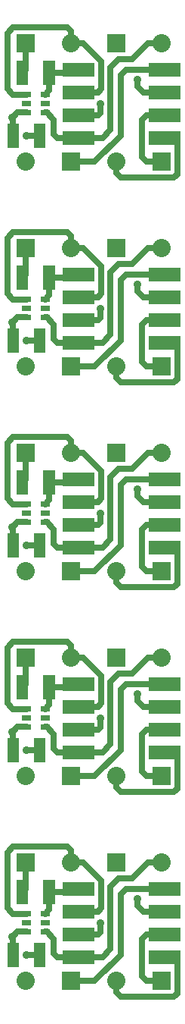
<source format=gbr>
G04 start of page 2 for group 0 idx 0 *
G04 Title: (unknown), component *
G04 Creator: pcb 4.0.2 *
G04 CreationDate: Thu Sep  9 05:11:40 2021 UTC *
G04 For: ndholmes *
G04 Format: Gerber/RS-274X *
G04 PCB-Dimensions (mil): 1020.00 4700.00 *
G04 PCB-Coordinate-Origin: lower left *
%MOIN*%
%FSLAX25Y25*%
%LNTOP*%
%ADD17C,0.0480*%
%ADD16C,0.0310*%
%ADD15C,0.0200*%
%ADD14C,0.0360*%
%ADD13C,0.0800*%
%ADD12C,0.0001*%
%ADD11C,0.0250*%
G54D11*X82500Y325000D02*X74500D01*
X72500Y323000D01*
Y306500D01*
X74500Y304500D01*
X81000D01*
X61000D02*Y299500D01*
X63000Y297500D01*
X44500Y315000D02*X55000D01*
X58500Y318500D01*
X53000Y325000D02*X44500D01*
X41000Y304500D02*X51500D01*
X63000Y316000D01*
Y297500D02*X86500D01*
X88000Y299000D01*
Y309500D01*
Y308000D02*Y316000D01*
X21000Y356500D02*Y344810D01*
X19690Y343500D01*
X13000Y336500D02*Y361000D01*
X15500Y363500D01*
X54500Y348500D02*X46500Y356500D01*
X62000Y349500D02*X68000D01*
X75000Y356500D01*
X81000D01*
X46500D02*X41000D01*
X15500Y363500D02*X39500D01*
X41000Y362000D01*
Y356500D01*
X63000Y342500D02*X65500Y345000D01*
X70500Y340500D02*Y337500D01*
X73000Y335000D01*
X82500D01*
X65500Y345000D02*X82500D01*
X31500Y343500D02*X43000D01*
X44500Y345000D01*
X31500Y343500D02*Y335705D01*
X54500Y336500D02*Y348500D01*
X58500Y346000D02*X62000Y349500D01*
X45000Y335000D02*X53000D01*
X54500Y336500D01*
X58500Y318500D02*Y346000D01*
X54000Y330000D02*Y326000D01*
X53000Y325000D01*
X35000Y315000D02*X44000D01*
X63000Y316000D02*Y342500D01*
X21500Y333905D02*X15595D01*
X13000Y336500D01*
X21500Y326105D02*X17605D01*
X15500Y324000D01*
Y316095D01*
X31500Y335705D02*X29700Y333905D01*
Y326105D02*X30395D01*
X33500Y323000D01*
Y316500D01*
X35000Y315000D01*
X21500Y316000D02*X27405D01*
X82500Y415000D02*X74500D01*
X72500Y413000D01*
X44500Y405000D02*X55000D01*
X58500Y408500D01*
X53000Y415000D02*X44500D01*
X51500Y394500D02*X63000Y406000D01*
X72500Y413000D02*Y396500D01*
X74500Y394500D01*
X61000D02*Y389500D01*
X63000Y387500D01*
X86500D01*
X74500Y394500D02*X81000D01*
X41000D02*X51500D01*
X86500Y387500D02*X88000Y389000D01*
Y399500D01*
Y398000D02*Y406000D01*
X21000Y446500D02*Y434810D01*
X19690Y433500D01*
X13000Y426500D02*Y451000D01*
X15500Y453500D01*
X39500D01*
X41000Y452000D01*
Y446500D01*
X53000Y425000D02*X54500Y426500D01*
Y438500D01*
X58500Y408500D02*Y436000D01*
X62000Y439500D01*
X54000Y420000D02*Y416000D01*
X53000Y415000D01*
X54500Y438500D02*X46500Y446500D01*
X62000Y439500D02*X68000D01*
X75000Y446500D01*
X81000D01*
X63000Y406000D02*Y432500D01*
X65500Y435000D01*
X70500Y430500D02*Y427500D01*
X73000Y425000D01*
X82500D01*
X65500Y435000D02*X82500D01*
X15595Y423905D02*X13000Y426500D01*
X21500Y423905D02*X15595D01*
X21500Y416105D02*X17605D01*
X15500Y414000D01*
Y406095D01*
X15595Y406000D01*
X21500D02*X27405D01*
X45000Y425000D02*X53000D01*
X46500Y446500D02*X41000D01*
X31500Y433500D02*X43000D01*
X44500Y435000D01*
X31500Y433500D02*Y425705D01*
X29700Y423905D01*
Y416105D02*X30395D01*
X33500Y413000D01*
Y406500D01*
X35000Y405000D01*
X44000D01*
X82500Y235000D02*X74500D01*
X72500Y233000D01*
Y216500D01*
X74500Y214500D01*
X81000D01*
X61000D02*Y209500D01*
X63000Y207500D01*
X44500Y225000D02*X55000D01*
X58500Y228500D01*
X41000Y214500D02*X51500D01*
X63000Y226000D01*
Y207500D02*X86500D01*
X88000Y209000D01*
Y219500D01*
X53000Y235000D02*X44500D01*
X15500Y316095D02*X15595Y316000D01*
X21000Y266500D02*Y254810D01*
X19690Y253500D01*
X13000Y246500D02*Y271000D01*
X15500Y273500D01*
X46500Y266500D02*X41000D01*
X15500Y273500D02*X39500D01*
X41000Y272000D01*
Y266500D01*
X88000Y218000D02*Y226000D01*
X58500Y228500D02*Y256000D01*
X70500Y250500D02*Y247500D01*
X73000Y245000D01*
X75000Y266500D02*X81000D01*
X63000Y226000D02*Y252500D01*
X65500Y255000D02*X82500D01*
X73000Y245000D02*X82500D01*
X58500Y256000D02*X62000Y259500D01*
X68000D01*
X75000Y266500D01*
X63000Y252500D02*X65500Y255000D01*
X31500Y253500D02*X43000D01*
X44500Y255000D01*
X31500Y253500D02*Y245705D01*
X29700Y243905D01*
X45000Y245000D02*X53000D01*
X54500Y246500D01*
Y258500D01*
X54000Y240000D02*Y236000D01*
X53000Y235000D01*
X54500Y258500D02*X46500Y266500D01*
X21500Y243905D02*X15595D01*
X13000Y246500D01*
X29700Y236105D02*X30395D01*
X21500D02*X17605D01*
X15500Y234000D01*
Y226095D01*
X15595Y226000D01*
X21500D02*X27405D01*
X30395Y236105D02*X33500Y233000D01*
Y226500D01*
X35000Y225000D01*
X44000D01*
X21000Y176500D02*Y164810D01*
X19690Y163500D01*
X13000Y156500D02*Y181000D01*
X15500Y183500D01*
X31500Y163500D02*Y155705D01*
X29700Y153905D01*
X21500D02*X15595D01*
X13000Y156500D01*
X82500Y145000D02*X74500D01*
X72500Y143000D01*
Y126500D01*
X74500Y124500D01*
X81000D01*
X61000D02*Y119500D01*
X63000Y117500D01*
X86500D01*
X88000Y119000D01*
Y129500D01*
Y128000D02*Y136000D01*
X44500Y135000D02*X55000D01*
X58500Y138500D01*
X53000Y145000D02*X44500D01*
X41000Y124500D02*X51500D01*
X63000Y136000D01*
X31500Y163500D02*X43000D01*
X15500Y183500D02*X39500D01*
X41000Y182000D01*
Y176500D01*
X21500Y146105D02*X17605D01*
X15500Y144000D01*
Y136095D01*
X15595Y136000D01*
X29700Y146105D02*X30395D01*
X33500Y143000D01*
Y136500D01*
X35000Y135000D01*
X21500Y136000D02*X27405D01*
X35000Y135000D02*X44000D01*
X43000Y163500D02*X44500Y165000D01*
X45000Y155000D02*X53000D01*
X54500Y156500D01*
Y168500D01*
X46500Y176500D01*
X41000D01*
X58500Y138500D02*Y166000D01*
X54000Y150000D02*Y146000D01*
X53000Y145000D01*
X58500Y166000D02*X62000Y169500D01*
X68000D01*
X75000Y176500D01*
X81000D01*
X65500Y165000D02*X82500D01*
X63000Y136000D02*Y162500D01*
X65500Y165000D01*
X70500Y160500D02*Y157500D01*
X73000Y155000D01*
X82500D01*
Y55000D02*X74500D01*
X72500Y53000D01*
Y36500D01*
X74500Y34500D01*
X81000D01*
X61000D02*Y29500D01*
X44500Y45000D02*X55000D01*
X58500Y48500D01*
X53000Y55000D02*X44500D01*
X41000Y34500D02*X51500D01*
X63000Y46000D01*
X61000Y29500D02*X63000Y27500D01*
X86500D01*
X88000Y29000D01*
Y39500D01*
Y38000D02*Y46000D01*
X45000Y65000D02*X53000D01*
X54500Y66500D01*
Y78500D01*
X46500Y86500D01*
X54000Y60000D02*Y56000D01*
X53000Y55000D01*
X58500Y48500D02*Y76000D01*
X63000Y46000D02*Y72500D01*
X58500Y76000D02*X62000Y79500D01*
X63000Y72500D02*X65500Y75000D01*
X62000Y79500D02*X68000D01*
X65500Y75000D02*X82500D01*
X68000Y79500D02*X75000Y86500D01*
X70500Y70500D02*Y67500D01*
X73000Y65000D01*
X82500D01*
X75000Y86500D02*X81000D01*
X21000D02*Y74810D01*
X15500Y93500D02*X39500D01*
X41000Y92000D01*
Y86500D01*
X21000Y74810D02*X19690Y73500D01*
X13000Y66500D02*Y91000D01*
X15500Y93500D01*
X31500Y73500D02*X43000D01*
X44500Y75000D01*
X31500Y73500D02*Y65705D01*
X29700Y63905D01*
X46500Y86500D02*X41000D01*
X21500Y63905D02*X15595D01*
X13000Y66500D01*
X21500Y56105D02*X17605D01*
X15500Y54000D01*
Y46095D01*
X15595Y46000D01*
X21500D02*X27405D01*
X29700Y56105D02*X30395D01*
X33500Y53000D01*
Y46500D01*
X35000Y45000D01*
X44000D01*
G54D12*G36*
X77000Y308500D02*Y300500D01*
X85000D01*
Y308500D01*
X77000D01*
G37*
G54D13*X81000Y356500D03*
G54D12*G36*
X77000Y218500D02*Y210500D01*
X85000D01*
Y218500D01*
X77000D01*
G37*
G54D13*X81000Y266500D03*
Y176500D03*
X61000Y304500D03*
G54D12*G36*
X57000Y360500D02*Y352500D01*
X65000D01*
Y360500D01*
X57000D01*
G37*
G54D13*X61000Y214500D03*
G54D12*G36*
X57000Y270500D02*Y262500D01*
X65000D01*
Y270500D01*
X57000D01*
G37*
G36*
X37000Y308500D02*Y300500D01*
X45000D01*
Y308500D01*
X37000D01*
G37*
G54D13*X21000Y304500D03*
G54D12*G36*
X17000Y360500D02*Y352500D01*
X25000D01*
Y360500D01*
X17000D01*
G37*
G54D13*X41000Y356500D03*
G54D12*G36*
X37000Y218500D02*Y210500D01*
X45000D01*
Y218500D01*
X37000D01*
G37*
G54D13*X21000Y214500D03*
G54D12*G36*
X17000Y270500D02*Y262500D01*
X25000D01*
Y270500D01*
X17000D01*
G37*
G54D13*X41000Y266500D03*
G54D12*G36*
X17000Y180500D02*Y172500D01*
X25000D01*
Y180500D01*
X17000D01*
G37*
G54D13*X41000Y176500D03*
X21000Y394500D03*
G54D12*G36*
X17000Y450500D02*Y442500D01*
X25000D01*
Y450500D01*
X17000D01*
G37*
G54D13*X41000Y446500D03*
G54D12*G36*
X57000Y450500D02*Y442500D01*
X65000D01*
Y450500D01*
X57000D01*
G37*
G36*
X77000Y398500D02*Y390500D01*
X85000D01*
Y398500D01*
X77000D01*
G37*
G54D13*X61000Y394500D03*
G54D12*G36*
X37000Y398500D02*Y390500D01*
X45000D01*
Y398500D01*
X37000D01*
G37*
G54D13*X81000Y446500D03*
G54D12*G36*
X77000Y128500D02*Y120500D01*
X85000D01*
Y128500D01*
X77000D01*
G37*
G36*
X17000Y90500D02*Y82500D01*
X25000D01*
Y90500D01*
X17000D01*
G37*
G54D13*X41000Y86500D03*
X81000D03*
X61000Y124500D03*
G54D12*G36*
X37000Y128500D02*Y120500D01*
X45000D01*
Y128500D01*
X37000D01*
G37*
G54D13*X21000Y124500D03*
G54D12*G36*
X57000Y180500D02*Y172500D01*
X65000D01*
Y180500D01*
X57000D01*
G37*
G54D13*X61000Y34500D03*
G54D12*G36*
X57000Y90500D02*Y82500D01*
X65000D01*
Y90500D01*
X57000D01*
G37*
G36*
X77000Y38500D02*Y30500D01*
X85000D01*
Y38500D01*
X77000D01*
G37*
G36*
X37000D02*Y30500D01*
X45000D01*
Y38500D01*
X37000D01*
G37*
G54D13*X21000Y34500D03*
G54D12*G36*
X37500Y248000D02*Y242000D01*
X51500D01*
Y248000D01*
X37500D01*
G37*
G36*
Y238000D02*Y232000D01*
X51500D01*
Y238000D01*
X37500D01*
G37*
G36*
Y228000D02*Y222000D01*
X51500D01*
Y228000D01*
X37500D01*
G37*
G36*
X75500Y328000D02*Y322000D01*
X89500D01*
Y328000D01*
X75500D01*
G37*
G36*
Y318000D02*Y312000D01*
X89500D01*
Y318000D01*
X75500D01*
G37*
G36*
Y258000D02*Y252000D01*
X89500D01*
Y258000D01*
X75500D01*
G37*
G36*
Y248000D02*Y242000D01*
X89500D01*
Y248000D01*
X75500D01*
G37*
G36*
Y238000D02*Y232000D01*
X89500D01*
Y238000D01*
X75500D01*
G37*
G36*
Y228000D02*Y222000D01*
X89500D01*
Y228000D01*
X75500D01*
G37*
G36*
Y168000D02*Y162000D01*
X89500D01*
Y168000D01*
X75500D01*
G37*
G36*
Y158000D02*Y152000D01*
X89500D01*
Y158000D01*
X75500D01*
G37*
G36*
Y148000D02*Y142000D01*
X89500D01*
Y148000D01*
X75500D01*
G37*
G36*
Y138000D02*Y132000D01*
X89500D01*
Y138000D01*
X75500D01*
G37*
G36*
Y78000D02*Y72000D01*
X89500D01*
Y78000D01*
X75500D01*
G37*
G36*
Y68000D02*Y62000D01*
X89500D01*
Y68000D01*
X75500D01*
G37*
G36*
Y58000D02*Y52000D01*
X89500D01*
Y58000D01*
X75500D01*
G37*
G36*
Y48000D02*Y42000D01*
X89500D01*
Y48000D01*
X75500D01*
G37*
G36*
X37500Y148000D02*Y142000D01*
X51500D01*
Y148000D01*
X37500D01*
G37*
G36*
X27700Y147305D02*Y144905D01*
X31700D01*
Y147305D01*
X27700D01*
G37*
G36*
Y151205D02*Y148805D01*
X31700D01*
Y151205D01*
X27700D01*
G37*
G36*
X37500Y138000D02*Y132000D01*
X51500D01*
Y138000D01*
X37500D01*
G37*
G36*
X29964Y141314D02*X24846D01*
Y130686D01*
X29964D01*
Y141314D01*
G37*
G36*
X18154D02*X13036D01*
Y130686D01*
X18154D01*
Y141314D01*
G37*
G36*
X22249Y168814D02*X17131D01*
Y158186D01*
X22249D01*
Y168814D01*
G37*
G36*
Y78814D02*X17131D01*
Y68186D01*
X22249D01*
Y78814D01*
G37*
G36*
X19500Y65105D02*Y62705D01*
X23500D01*
Y65105D01*
X19500D01*
G37*
G36*
Y61205D02*Y58805D01*
X23500D01*
Y61205D01*
X19500D01*
G37*
G36*
Y57305D02*Y54905D01*
X23500D01*
Y57305D01*
X19500D01*
G37*
G36*
X34059Y168814D02*X28941D01*
Y158186D01*
X34059D01*
Y168814D01*
G37*
G36*
X27700Y155105D02*Y152705D01*
X31700D01*
Y155105D01*
X27700D01*
G37*
G36*
X19500D02*Y152705D01*
X23500D01*
Y155105D01*
X19500D01*
G37*
G36*
Y151205D02*Y148805D01*
X23500D01*
Y151205D01*
X19500D01*
G37*
G36*
Y147305D02*Y144905D01*
X23500D01*
Y147305D01*
X19500D01*
G37*
G36*
X18154Y51314D02*X13036D01*
Y40686D01*
X18154D01*
Y51314D01*
G37*
G36*
X37500Y168000D02*Y162000D01*
X51500D01*
Y168000D01*
X37500D01*
G37*
G36*
Y158000D02*Y152000D01*
X51500D01*
Y158000D01*
X37500D01*
G37*
G36*
Y78000D02*Y72000D01*
X51500D01*
Y78000D01*
X37500D01*
G37*
G36*
Y68000D02*Y62000D01*
X51500D01*
Y68000D01*
X37500D01*
G37*
G36*
Y58000D02*Y52000D01*
X51500D01*
Y58000D01*
X37500D01*
G37*
G36*
Y48000D02*Y42000D01*
X51500D01*
Y48000D01*
X37500D01*
G37*
G36*
X34059Y78814D02*X28941D01*
Y68186D01*
X34059D01*
Y78814D01*
G37*
G36*
X27700Y57305D02*Y54905D01*
X31700D01*
Y57305D01*
X27700D01*
G37*
G36*
Y61205D02*Y58805D01*
X31700D01*
Y61205D01*
X27700D01*
G37*
G36*
Y65105D02*Y62705D01*
X31700D01*
Y65105D01*
X27700D01*
G37*
G36*
X29964Y51314D02*X24846D01*
Y40686D01*
X29964D01*
Y51314D01*
G37*
G36*
X37500Y438000D02*Y432000D01*
X51500D01*
Y438000D01*
X37500D01*
G37*
G36*
Y428000D02*Y422000D01*
X51500D01*
Y428000D01*
X37500D01*
G37*
G36*
Y418000D02*Y412000D01*
X51500D01*
Y418000D01*
X37500D01*
G37*
G36*
Y408000D02*Y402000D01*
X51500D01*
Y408000D01*
X37500D01*
G37*
G36*
X22249Y438814D02*X17131D01*
Y428186D01*
X22249D01*
Y438814D01*
G37*
G36*
X34059D02*X28941D01*
Y428186D01*
X34059D01*
Y438814D01*
G37*
G36*
X19500Y425105D02*Y422705D01*
X23500D01*
Y425105D01*
X19500D01*
G37*
G36*
Y421205D02*Y418805D01*
X23500D01*
Y421205D01*
X19500D01*
G37*
G36*
Y417305D02*Y414905D01*
X23500D01*
Y417305D01*
X19500D01*
G37*
G36*
X27700Y421205D02*Y418805D01*
X31700D01*
Y421205D01*
X27700D01*
G37*
G36*
Y425105D02*Y422705D01*
X31700D01*
Y425105D01*
X27700D01*
G37*
G36*
Y417305D02*Y414905D01*
X31700D01*
Y417305D01*
X27700D01*
G37*
G36*
X29964Y411314D02*X24846D01*
Y400686D01*
X29964D01*
Y411314D01*
G37*
G36*
X18154D02*X13036D01*
Y400686D01*
X18154D01*
Y411314D01*
G37*
G36*
X75500Y438000D02*Y432000D01*
X89500D01*
Y438000D01*
X75500D01*
G37*
G36*
Y428000D02*Y422000D01*
X89500D01*
Y428000D01*
X75500D01*
G37*
G36*
Y418000D02*Y412000D01*
X89500D01*
Y418000D01*
X75500D01*
G37*
G36*
Y408000D02*Y402000D01*
X89500D01*
Y408000D01*
X75500D01*
G37*
G36*
Y348000D02*Y342000D01*
X89500D01*
Y348000D01*
X75500D01*
G37*
G36*
Y338000D02*Y332000D01*
X89500D01*
Y338000D01*
X75500D01*
G37*
G36*
X37500Y348000D02*Y342000D01*
X51500D01*
Y348000D01*
X37500D01*
G37*
G36*
Y338000D02*Y332000D01*
X51500D01*
Y338000D01*
X37500D01*
G37*
G36*
Y328000D02*Y322000D01*
X51500D01*
Y328000D01*
X37500D01*
G37*
G36*
Y318000D02*Y312000D01*
X51500D01*
Y318000D01*
X37500D01*
G37*
G36*
Y258000D02*Y252000D01*
X51500D01*
Y258000D01*
X37500D01*
G37*
G36*
X22249Y348814D02*X17131D01*
Y338186D01*
X22249D01*
Y348814D01*
G37*
G36*
Y258814D02*X17131D01*
Y248186D01*
X22249D01*
Y258814D01*
G37*
G36*
X19500Y245105D02*Y242705D01*
X23500D01*
Y245105D01*
X19500D01*
G37*
G36*
Y241205D02*Y238805D01*
X23500D01*
Y241205D01*
X19500D01*
G37*
G36*
Y237305D02*Y234905D01*
X23500D01*
Y237305D01*
X19500D01*
G37*
G36*
X18154Y231314D02*X13036D01*
Y220686D01*
X18154D01*
Y231314D01*
G37*
G36*
X34059Y348814D02*X28941D01*
Y338186D01*
X34059D01*
Y348814D01*
G37*
G36*
Y258814D02*X28941D01*
Y248186D01*
X34059D01*
Y258814D01*
G37*
G36*
X27700Y237305D02*Y234905D01*
X31700D01*
Y237305D01*
X27700D01*
G37*
G36*
Y241205D02*Y238805D01*
X31700D01*
Y241205D01*
X27700D01*
G37*
G36*
Y245105D02*Y242705D01*
X31700D01*
Y245105D01*
X27700D01*
G37*
G36*
X29964Y231314D02*X24846D01*
Y220686D01*
X29964D01*
Y231314D01*
G37*
G36*
X19500Y335105D02*Y332705D01*
X23500D01*
Y335105D01*
X19500D01*
G37*
G36*
X27700D02*Y332705D01*
X31700D01*
Y335105D01*
X27700D01*
G37*
G36*
X19500Y331205D02*Y328805D01*
X23500D01*
Y331205D01*
X19500D01*
G37*
G36*
Y327305D02*Y324905D01*
X23500D01*
Y327305D01*
X19500D01*
G37*
G36*
X27700D02*Y324905D01*
X31700D01*
Y327305D01*
X27700D01*
G37*
G36*
Y331205D02*Y328805D01*
X31700D01*
Y331205D01*
X27700D01*
G37*
G36*
X29964Y321314D02*X24846D01*
Y310686D01*
X29964D01*
Y321314D01*
G37*
G36*
X18154D02*X13036D01*
Y310686D01*
X18154D01*
Y321314D01*
G37*
G54D14*X54000Y330000D03*
X70500Y340500D03*
X15000Y324000D03*
X21500Y316000D03*
X15000Y414000D03*
X21500Y406000D03*
X54000Y420000D03*
X70500Y430500D03*
X54000Y240000D03*
X70500Y250500D03*
X15000Y234000D03*
X21500Y226000D03*
X54000Y150000D03*
X70500Y160500D03*
X15000Y144000D03*
X21500Y136000D03*
X54000Y60000D03*
X70500Y70500D03*
X15000Y54000D03*
X21500Y46000D03*
G54D15*G54D16*G54D15*G54D16*G54D15*G54D16*G54D15*G54D16*G54D15*G54D17*M02*

</source>
